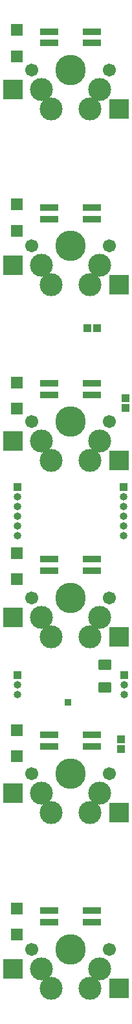
<source format=gbr>
G04 #@! TF.GenerationSoftware,KiCad,Pcbnew,(5.99.0-10337-g2ae264751f)*
G04 #@! TF.CreationDate,2021-04-30T16:38:17-07:00*
G04 #@! TF.ProjectId,single-col,73696e67-6c65-42d6-936f-6c2e6b696361,rev?*
G04 #@! TF.SameCoordinates,Original*
G04 #@! TF.FileFunction,Soldermask,Top*
G04 #@! TF.FilePolarity,Negative*
%FSLAX46Y46*%
G04 Gerber Fmt 4.6, Leading zero omitted, Abs format (unit mm)*
G04 Created by KiCad (PCBNEW (5.99.0-10337-g2ae264751f)) date 2021-04-30 16:38:17*
%MOMM*%
%LPD*%
G01*
G04 APERTURE LIST*
G04 Aperture macros list*
%AMRoundRect*
0 Rectangle with rounded corners*
0 $1 Rounding radius*
0 $2 $3 $4 $5 $6 $7 $8 $9 X,Y pos of 4 corners*
0 Add a 4 corners polygon primitive as box body*
4,1,4,$2,$3,$4,$5,$6,$7,$8,$9,$2,$3,0*
0 Add four circle primitives for the rounded corners*
1,1,$1+$1,$2,$3*
1,1,$1+$1,$4,$5*
1,1,$1+$1,$6,$7*
1,1,$1+$1,$8,$9*
0 Add four rect primitives between the rounded corners*
20,1,$1+$1,$2,$3,$4,$5,0*
20,1,$1+$1,$4,$5,$6,$7,0*
20,1,$1+$1,$6,$7,$8,$9,0*
20,1,$1+$1,$8,$9,$2,$3,0*%
G04 Aperture macros list end*
%ADD10R,2.400000X0.820000*%
%ADD11R,1.000000X1.000000*%
%ADD12O,1.000000X1.000000*%
%ADD13R,1.524000X1.524000*%
%ADD14C,1.701800*%
%ADD15C,3.000000*%
%ADD16C,3.987800*%
%ADD17R,2.550000X2.500000*%
%ADD18R,0.850000X0.850000*%
%ADD19RoundRect,0.250001X-0.624999X0.462499X-0.624999X-0.462499X0.624999X-0.462499X0.624999X0.462499X0*%
G04 APERTURE END LIST*
D10*
X125130200Y-77540400D03*
X119530200Y-77540400D03*
X119530200Y-76040400D03*
X125130200Y-76040400D03*
D11*
X129275200Y-112564400D03*
D12*
X129275200Y-113834400D03*
X129275200Y-115104400D03*
X129275200Y-116374400D03*
X129275200Y-117644400D03*
X129275200Y-118914400D03*
D11*
X129375200Y-137089400D03*
D12*
X129375200Y-138359400D03*
X129375200Y-139629400D03*
D13*
X115255200Y-52894400D03*
X115255200Y-56294400D03*
D14*
X117252700Y-172889400D03*
D15*
X124872700Y-177969400D03*
X126142700Y-175429400D03*
X118522700Y-175429400D03*
D14*
X127412700Y-172889400D03*
D16*
X122332700Y-172889400D03*
D15*
X119792700Y-177969400D03*
D17*
X128622700Y-177969400D03*
X114772700Y-175429400D03*
D15*
X118522700Y-152479400D03*
X124872700Y-155019400D03*
X126142700Y-152479400D03*
D14*
X117252700Y-149939400D03*
D15*
X119792700Y-155019400D03*
D14*
X127412700Y-149939400D03*
D16*
X122332700Y-149939400D03*
D17*
X128622700Y-155019400D03*
X114772700Y-152479400D03*
D13*
X115255200Y-167594400D03*
X115255200Y-170994400D03*
D10*
X125130200Y-54589400D03*
X119530200Y-54589400D03*
X119530200Y-53089400D03*
X125130200Y-53089400D03*
X125130200Y-146393400D03*
X119530200Y-146393400D03*
X119530200Y-144893400D03*
X125130200Y-144893400D03*
D13*
X115255200Y-121204400D03*
X115255200Y-124604400D03*
X115255200Y-144324400D03*
X115255200Y-147724400D03*
X115255200Y-98934400D03*
X115255200Y-102334400D03*
D11*
X129475200Y-100914400D03*
X129475200Y-102184400D03*
X115375200Y-112564400D03*
D12*
X115375200Y-113834400D03*
X115375200Y-115104400D03*
X115375200Y-116374400D03*
X115375200Y-117644400D03*
X115375200Y-118914400D03*
D15*
X118522700Y-129529400D03*
D14*
X127412700Y-126989400D03*
D15*
X126142700Y-129529400D03*
D14*
X117252700Y-126989400D03*
D15*
X124872700Y-132069400D03*
D16*
X122332700Y-126989400D03*
D15*
X119792700Y-132069400D03*
D17*
X128622700Y-132069400D03*
X114772700Y-129529400D03*
D10*
X125130200Y-123442400D03*
X119530200Y-123442400D03*
X119530200Y-121942400D03*
X125130200Y-121942400D03*
D11*
X125825200Y-91814400D03*
X124555200Y-91814400D03*
D15*
X119792700Y-63219400D03*
D14*
X117252700Y-58139400D03*
X127412700Y-58139400D03*
D15*
X118522700Y-60679400D03*
X126142700Y-60679400D03*
D16*
X122332700Y-58139400D03*
D15*
X124872700Y-63219400D03*
D17*
X128622700Y-63219400D03*
X114772700Y-60679400D03*
D15*
X118522700Y-83629400D03*
X124872700Y-86169400D03*
X126142700Y-83629400D03*
D14*
X127412700Y-81089400D03*
D16*
X122332700Y-81089400D03*
D15*
X119792700Y-86169400D03*
D14*
X117252700Y-81089400D03*
D17*
X128622700Y-86169400D03*
X114772700Y-83629400D03*
D11*
X128925200Y-145464400D03*
X128925200Y-146734400D03*
D15*
X126142700Y-106579400D03*
X124872700Y-109119400D03*
D14*
X117252700Y-104039400D03*
D16*
X122332700Y-104039400D03*
D15*
X118522700Y-106579400D03*
X119792700Y-109119400D03*
D14*
X127412700Y-104039400D03*
D17*
X128622700Y-109119400D03*
X114772700Y-106579400D03*
D18*
X121975200Y-140664400D03*
D19*
X126775200Y-135776900D03*
X126775200Y-138751900D03*
D10*
X125130200Y-100491400D03*
X119530200Y-100491400D03*
X119530200Y-98991400D03*
X125130200Y-98991400D03*
D11*
X115375200Y-137089400D03*
D12*
X115375200Y-138359400D03*
X115375200Y-139629400D03*
D13*
X115255200Y-75664400D03*
X115255200Y-79064400D03*
D10*
X125130200Y-169344400D03*
X119530200Y-169344400D03*
X119530200Y-167844400D03*
X125130200Y-167844400D03*
M02*

</source>
